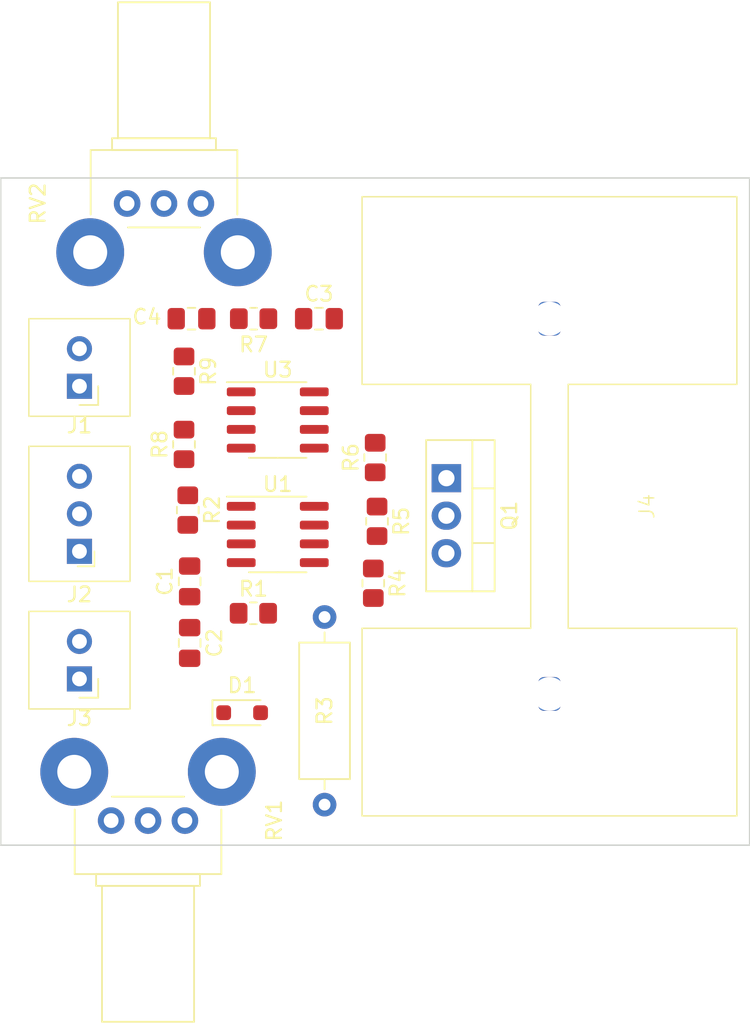
<source format=kicad_pcb>
(kicad_pcb (version 20221018) (generator pcbnew)
  (layers (0 "F.Cu" signal) (31 "B.Cu" signal) (34 "B.Paste" user) (35 "F.Paste" user) (36 "B.SilkS" user "B.Silkscreen") (37 "F.SilkS" user "F.Silkscreen") (38 "B.Mask" user) (39 "F.Mask" user) (44 "Edge.Cuts" user))
  (net 0 "")
  (net 1 "2.7V")
  (net 2 "GND")
  (net 3 "/Power regulation/Vin")
  (net 4 "Net-(D1-K)")
  (net 5 "/ Current Control/FETGate")
  (net 6 "Net-(J1-Pin_1)")
  (net 7 "/ Current Control/FETDrain")
  (net 8 "Net-(Q1-S)")
  (net 9 "Net-(U1A-+)")
  (net 10 "Net-(R2-Pad1)")
  (net 11 "Net-(U1B-+)")
  (net 12 "Net-(U1B--)")
  (net 13 "Net-(U3-INHIBIT)")
  (net 14 "Net-(U3-ADJ)")
  (footprint "Resistor_SMD:R_0805_2012Metric_Pad1.20x1.40mm_HandSolder" (layer "F.Cu") (at 117.983 50.419 -90)
    (fp_text reference "R2" (at 0 -1.65 90) (layer "F.SilkS"))
    (fp_text value "1k")
    (fp_line (start -0.227064 -0.735) (end 0.227064 -0.735) (stroke (width 0.12)) (layer "F.SilkS"))
    (fp_line (start -0.227064 0.735) (end 0.227064 0.735) (stroke (width 0.12)) (layer "F.SilkS"))
    (pad "1" smd roundrect (at -1 0 270) (size 1.2 1.4) (layers "F.Cu" "F.Paste" "F.Mask") (roundrect_rratio 0.208333) (net 10 "Net-(R2-Pad1)"))
    (pad "2" smd roundrect (at 1 0 270) (size 1.2 1.4) (layers "F.Cu" "F.Paste" "F.Mask") (roundrect_rratio 0.208333) (net 5 "/ Current Control/FETGate"))
  )
  (footprint "Resistor_THT:R_Axial_DIN0309_L9.0mm_D3.2mm_P12.70mm_Horizontal" (layer "F.Cu") (at 127.254 57.658 -90)
    (fp_text reference "R3" (at 6.35 0 90) (layer "F.SilkS"))
    (fp_text value "0.1")
    (fp_line (start 1.04 0) (end 1.73 0) (stroke (width 0.12)) (layer "F.SilkS"))
    (fp_line (start 1.73 -1.72) (end 1.73 1.72) (stroke (width 0.12)) (layer "F.SilkS"))
    (fp_line (start 1.73 1.72) (end 10.97 1.72) (stroke (width 0.12)) (layer "F.SilkS"))
    (fp_line (start 10.97 -1.72) (end 1.73 -1.72) (stroke (width 0.12)) (layer "F.SilkS"))
    (fp_line (start 10.97 1.72) (end 10.97 -1.72) (stroke (width 0.12)) (layer "F.SilkS"))
    (fp_line (start 11.66 0) (end 10.97 0) (stroke (width 0.12)) (layer "F.SilkS"))
    (pad "1" thru_hole circle (at 0 0 270) (size 1.6 1.6) (drill 0.8) (layers "*.Cu" "*.Mask") (net 8 "Net-(Q1-S)"))
    (pad "2" thru_hole oval (at 12.7 0 270) (size 1.6 1.6) (drill 0.8) (layers "*.Cu" "*.Mask") (net 2 "GND"))
  )
  (footprint "Capacitor_SMD:C_0805_2012Metric_Pad1.18x1.45mm_HandSolder" (layer "F.Cu") (at 126.873 37.465)
    (fp_text reference "C3" (at 0 -1.68) (layer "F.SilkS"))
    (fp_text value "C")
    (fp_line (start -0.261252 -0.735) (end 0.261252 -0.735) (stroke (width 0.12)) (layer "F.SilkS"))
    (fp_line (start -0.261252 0.735) (end 0.261252 0.735) (stroke (width 0.12)) (layer "F.SilkS"))
    (pad "1" smd roundrect (at -1.0375 0) (size 1.175 1.45) (layers "F.Cu" "F.Paste" "F.Mask") (roundrect_rratio 0.212766) (net 2 "GND"))
    (pad "2" smd roundrect (at 1.0375 0) (size 1.175 1.45) (layers "F.Cu" "F.Paste" "F.Mask") (roundrect_rratio 0.212766) (net 3 "/Power regulation/Vin"))
  )
  (footprint "Potentiometer_THT:Potentiometer_Bourns_PTV09A-2_Single_Horizontal" (layer "F.Cu") (at 112.7902 71.4372 -90)
    (fp_text reference "RV1" (at 0 -11.05 -90) (layer "F.SilkS"))
    (fp_text value "R_Potentiometer" hide)
    (fp_line (start -1.62 -4.944) (end -1.62 -0.055) (stroke (width 0.12)) (layer "F.SilkS"))
    (fp_line (start -0.745 -7.47) (end 3.62 -7.47) (stroke (width 0.12)) (layer "F.SilkS"))
    (fp_line (start -0.745 2.47) (end 3.62 2.47) (stroke (width 0.12)) (layer "F.SilkS"))
    (fp_line (start 3.62 -7.47) (end 3.62 2.47) (stroke (width 0.12)) (layer "F.SilkS"))
    (fp_line (start 3.62 -6.02) (end 3.62 1.02) (stroke (width 0.12)) (layer "F.SilkS"))
    (fp_line (start 3.62 -6.02) (end 4.42 -6.02) (stroke (width 0.12)) (layer "F.SilkS"))
    (fp_line (start 3.62 1.02) (end 4.42 1.02) (stroke (width 0.12)) (layer "F.SilkS"))
    (fp_line (start 4.42 -6.02) (end 4.42 1.02) (stroke (width 0.12)) (layer "F.SilkS"))
    (fp_line (start 4.42 -5.62) (end 4.42 0.62) (stroke (width 0.12)) (layer "F.SilkS"))
    (fp_line (start 4.42 -5.62) (end 13.62 -5.62) (stroke (width 0.12)) (layer "F.SilkS"))
    (fp_line (start 4.42 0.62) (end 13.62 0.62) (stroke (width 0.12)) (layer "F.SilkS"))
    (fp_line (start 13.62 -5.62) (end 13.62 0.62) (stroke (width 0.12)) (layer "F.SilkS"))
    (pad "" thru_hole circle (at -3.3 -7.5 270) (size 4.6 4.6) (drill 2.3) (layers "*.Cu" "*.Mask"))
    (pad "" thru_hole circle (at -3.3 2.5 270) (size 4.6 4.6) (drill 2.3) (layers "*.Cu" "*.Mask"))
    (pad "1" thru_hole circle (at 0 0 270) (size 1.8 1.8) (drill 1) (layers "*.Cu" "*.Mask"))
    (pad "2" thru_hole circle (at 0 -2.5 270) (size 1.8 1.8) (drill 1) (layers "*.Cu" "*.Mask") (net 9 "Net-(U1A-+)"))
    (pad "3" thru_hole circle (at 0 -5 270) (size 1.8 1.8) (drill 1) (layers "*.Cu" "*.Mask") (net 2 "GND"))
  )
  (footprint "Package_SO:SOIC-8_3.9x4.9mm_P1.27mm" (layer "F.Cu") (at 124.079 44.323)
    (fp_text reference "U3" (at 0 -3.4) (layer "F.SilkS"))
    (fp_text value "TC1016" hide)
    (fp_line (start 0 -2.56) (end -3.45 -2.56) (stroke (width 0.12)) (layer "F.SilkS"))
    (fp_line (start 0 -2.56) (end 1.95 -2.56) (stroke (width 0.12)) (layer "F.SilkS"))
    (fp_line (start 0 2.56) (end -1.95 2.56) (stroke (width 0.12)) (layer "F.SilkS"))
    (fp_line (start 0 2.56) (end 1.95 2.56) (stroke (width 0.12)) (layer "F.SilkS"))
    (pad "1" smd roundrect (at -2.475 -1.905) (size 1.95 0.6) (layers "F.Cu" "F.Paste" "F.Mask") (net 1 "2.7V"))
    (pad "2" smd roundrect (at -2.475 -0.635) (size 1.95 0.6) (layers "F.Cu" "F.Paste" "F.Mask") (net 2 "GND"))
    (pad "3" smd roundrect (at -2.475 0.635) (size 1.95 0.6) (layers "F.Cu" "F.Paste" "F.Mask") (net 2 "GND"))
    (pad "4" smd roundrect (at -2.475 1.905) (size 1.95 0.6) (layers "F.Cu" "F.Paste" "F.Mask") (net 14 "Net-(U3-ADJ)"))
    (pad "5" smd roundrect (at 2.475 1.905) (size 1.95 0.6) (layers "F.Cu" "F.Paste" "F.Mask") (net 13 "Net-(U3-INHIBIT)"))
    (pad "6" smd roundrect (at 2.475 0.635) (size 1.95 0.6) (layers "F.Cu" "F.Paste" "F.Mask") (net 2 "GND"))
    (pad "7" smd roundrect (at 2.475 -0.635) (size 1.95 0.6) (layers "F.Cu" "F.Paste" "F.Mask") (net 2 "GND"))
    (pad "8" smd roundrect (at 2.475 -1.905) (size 1.95 0.6) (layers "F.Cu" "F.Paste" "F.Mask") (net 3 "/Power regulation/Vin"))
  )
  (footprint "Potentiometer_THT:Potentiometer_Bourns_PTV09A-2_Single_Horizontal" (layer "F.Cu") (at 118.872 29.6672 90)
    (fp_text reference "RV2" (at 0 -11.05 90) (layer "F.SilkS"))
    (fp_text value "R_Potentiometer")
    (fp_line (start -1.62 -4.944) (end -1.62 -0.055) (stroke (width 0.12)) (layer "F.SilkS"))
    (fp_line (start -0.745 -7.47) (end 3.62 -7.47) (stroke (width 0.12)) (layer "F.SilkS"))
    (fp_line (start -0.745 2.47) (end 3.62 2.47) (stroke (width 0.12)) (layer "F.SilkS"))
    (fp_line (start 3.62 -7.47) (end 3.62 2.47) (stroke (width 0.12)) (layer "F.SilkS"))
    (fp_line (start 3.62 -6.02) (end 3.62 1.02) (stroke (width 0.12)) (layer "F.SilkS"))
    (fp_line (start 3.62 -6.02) (end 4.42 -6.02) (stroke (width 0.12)) (layer "F.SilkS"))
    (fp_line (start 3.62 1.02) (end 4.42 1.02) (stroke (width 0.12)) (layer "F.SilkS"))
    (fp_line (start 4.42 -6.02) (end 4.42 1.02) (stroke (width 0.12)) (layer "F.SilkS"))
    (fp_line (start 4.42 -5.62) (end 4.42 0.62) (stroke (width 0.12)) (layer "F.SilkS"))
    (fp_line (start 4.42 -5.62) (end 13.62 -5.62) (stroke (width 0.12)) (layer "F.SilkS"))
    (fp_line (start 4.42 0.62) (end 13.62 0.62) (stroke (width 0.12)) (layer "F.SilkS"))
    (fp_line (start 13.62 -5.62) (end 13.62 0.62) (stroke (width 0.12)) (layer "F.SilkS"))
    (pad "" thru_hole circle (at -3.3 -7.5 90) (size 4.6 4.6) (drill 2.3) (layers "*.Cu" "*.Mask"))
    (pad "" thru_hole circle (at -3.3 2.5 90) (size 4.6 4.6) (drill 2.3) (layers "*.Cu" "*.Mask"))
    (pad "1" thru_hole circle (at 0 0 90) (size 1.8 1.8) (drill 1) (layers "*.Cu" "*.Mask"))
    (pad "2" thru_hole circle (at 0 -2.5 90) (size 1.8 1.8) (drill 1) (layers "*.Cu" "*.Mask") (net 1 "2.7V"))
    (pad "3" thru_hole circle (at 0 -5 90) (size 1.8 1.8) (drill 1) (layers "*.Cu" "*.Mask") (net 11 "Net-(U1B-+)"))
  )
  (footprint "Resistor_SMD:R_0805_2012Metric_Pad1.20x1.40mm_HandSolder" (layer "F.Cu") (at 122.444 37.465)
    (fp_text reference "R7" (at 0 1.7526) (layer "F.SilkS"))
    (fp_text value "0" hide)
    (fp_line (start -0.227064 -0.735) (end 0.227064 -0.735) (stroke (width 0.12)) (layer "F.SilkS"))
    (fp_line (start -0.227064 0.735) (end 0.227064 0.735) (stroke (width 0.12)) (layer "F.SilkS"))
    (pad "1" smd roundrect (at -1 0) (size 1.2 1.4) (layers "F.Cu" "F.Paste" "F.Mask") (roundrect_rratio 0.208333) (net 2 "GND"))
    (pad "2" smd roundrect (at 1 0) (size 1.2 1.4) (layers "F.Cu" "F.Paste" "F.Mask") (roundrect_rratio 0.208333) (net 13 "Net-(U3-INHIBIT)"))
  )
  (footprint "Resistor_SMD:R_0805_2012Metric_Pad1.20x1.40mm_HandSolder" (layer "F.Cu") (at 130.556 55.372 -90)
    (fp_text reference "R4" (at 0 -1.65 90) (layer "F.SilkS"))
    (fp_text value "R")
    (fp_line (start -0.227064 -0.735) (end 0.227064 -0.735) (stroke (width 0.12)) (layer "F.SilkS"))
    (fp_line (start -0.227064 0.735) (end 0.227064 0.735) (stroke (width 0.12)) (layer "F.SilkS"))
    (pad "1" smd roundrect (at -1 0 270) (size 1.2 1.4) (layers "F.Cu" "F.Paste" "F.Mask") (roundrect_rratio 0.208333) (net 11 "Net-(U1B-+)"))
    (pad "2" smd roundrect (at 1 0 270) (size 1.2 1.4) (layers "F.Cu" "F.Paste" "F.Mask") (roundrect_rratio 0.208333) (net 2 "GND"))
  )
  (footprint "custom_modules:te_2.54mm_3_pin" (layer "F.Cu") (at 110.6424 53.213 180)
    (fp_text reference "J2" (at 0 -2.921) (layer "F.SilkS"))
    (fp_text value "Conn_01x03_Socket" hide)
    (fp_line (start -1.016 -1.016) (end -1.016 0) (stroke (width 0.1)) (layer "F.SilkS"))
    (fp_line (start -1.016 -1.016) (end 0.127 -1.016) (stroke (width 0.1)) (layer "F.SilkS"))
    (fp_line (start 0.127 -1.016) (end -1.016 -1.016) (stroke (width 0.1)) (layer "F.SilkS"))
    (fp_rect (start -3.429 -2.032) (end 3.429 7.112) (stroke (width 0.1)) (fill none) (layer "F.SilkS"))
    (pad "1" thru_hole rect (at 0 0 180) (size 1.7 1.7) (drill 1) (layers "*.Cu" "*.Mask") (net 6 "Net-(J1-Pin_1)"))
    (pad "2" thru_hole oval (at 0 2.54 180) (size 1.7 1.7) (drill 1) (layers "*.Cu" "*.Mask") (net 3 "/Power regulation/Vin"))
    (pad "3" thru_hole oval (at 0 5.08 180) (size 1.7 1.7) (drill 1) (layers "*.Cu" "*.Mask") (net 7 "/ Current Control/FETDrain"))
  )
  (footprint "Capacitor_SMD:C_0805_2012Metric_Pad1.18x1.45mm_HandSolder" (layer "F.Cu") (at 118.11 55.245 90)
    (fp_text reference "C1" (at 0 -1.68 90) (layer "F.SilkS"))
    (fp_text value "C")
    (fp_line (start -0.261252 -0.735) (end 0.261252 -0.735) (stroke (width 0.12)) (layer "F.SilkS"))
    (fp_line (start -0.261252 0.735) (end 0.261252 0.735) (stroke (width 0.12)) (layer "F.SilkS"))
    (pad "1" smd roundrect (at -1.0375 0 90) (size 1.175 1.45) (layers "F.Cu" "F.Paste" "F.Mask") (roundrect_rratio 0.212766) (net 1 "2.7V"))
    (pad "2" smd roundrect (at 1.0375 0 90) (size 1.175 1.45) (layers "F.Cu" "F.Paste" "F.Mask") (roundrect_rratio 0.212766) (net 2 "GND"))
  )
  (footprint "custom_modules:te_2.54_2_pin_connector" (layer "F.Cu") (at 110.6424 61.849 180)
    (fp_text reference "J3" (at 0 -2.667) (layer "F.SilkS"))
    (fp_text value "Conn_01x02_Socket" hide)
    (fp_line (start -1.27 -1.27) (end 0 -1.27) (stroke (width 0.12)) (layer "F.SilkS"))
    (fp_line (start -1.27 0) (end -1.27 -1.27) (stroke (width 0.12)) (layer "F.SilkS"))
    (fp_rect (start -3.429 -2.032) (end 3.429 4.572) (stroke (width 0.1)) (fill none) (layer "F.SilkS"))
    (pad "1" thru_hole rect (at 0 0 180) (size 1.7 1.7) (drill 1) (layers "*.Cu" "*.Mask") (net 7 "/ Current Control/FETDrain"))
    (pad "2" thru_hole oval (at 0 2.54 180) (size 1.7 1.7) (drill 1) (layers "*.Cu" "*.Mask") (net 2 "GND"))
  )
  (footprint "Resistor_SMD:R_0805_2012Metric_Pad1.20x1.40mm_HandSolder" (layer "F.Cu") (at 117.729 41.021 -90)
    (fp_text reference "R9" (at 0 -1.65 90) (layer "F.SilkS"))
    (fp_text value "21.6k")
    (fp_line (start -0.227064 -0.735) (end 0.227064 -0.735) (stroke (width 0.12)) (layer "F.SilkS"))
    (fp_line (start -0.227064 0.735) (end 0.227064 0.735) (stroke (width 0.12)) (layer "F.SilkS"))
    (pad "1" smd roundrect (at -1 0 270) (size 1.2 1.4) (layers "F.Cu" "F.Paste" "F.Mask") (roundrect_rratio 0.208333) (net 2 "GND"))
    (pad "2" smd roundrect (at 1 0 270) (size 1.2 1.4) (layers "F.Cu" "F.Paste" "F.Mask") (roundrect_rratio 0.208333) (net 14 "Net-(U3-ADJ)"))
  )
  (footprint "custom_modules:te_2.54_2_pin_connector" (layer "F.Cu") (at 110.6424 42.037 180)
    (fp_text reference "J1" (at 0 -2.667) (layer "F.SilkS"))
    (fp_text value "Conn_01x02_Socket" hide)
    (fp_line (start -1.27 -1.27) (end 0 -1.27) (stroke (width 0.12)) (layer "F.SilkS"))
    (fp_line (start -1.27 0) (end -1.27 -1.27) (stroke (width 0.12)) (layer "F.SilkS"))
    (fp_rect (start -3.429 -2.032) (end 3.429 4.572) (stroke (width 0.1)) (fill none) (layer "F.SilkS"))
    (pad "1" thru_hole rect (at 0 0 180) (size 1.7 1.7) (drill 1) (layers "*.Cu" "*.Mask") (net 6 "Net-(J1-Pin_1)"))
    (pad "2" thru_hole oval (at 0 2.54 180) (size 1.7 1.7) (drill 1) (layers "*.Cu" "*.Mask") (net 2 "GND"))
  )
  (footprint "Package_TO_SOT_THT:TO-220-3_Vertical" (layer "F.Cu") (at 135.509 48.26 -90)
    (fp_text reference "Q1" (at 2.54 -4.27 90) (layer "F.SilkS"))
    (fp_text value "IRF530NPBF" hide)
    (fp_line (start -2.58 -3.27) (end -2.58 1.371) (stroke (width 0.12)) (layer "F.SilkS"))
    (fp_line (start -2.58 -3.27) (end 7.66 -3.27) (stroke (width 0.12)) (layer "F.SilkS"))
    (fp_line (start -2.58 -1.76) (end 7.66 -1.76) (stroke (width 0.12)) (layer "F.SilkS"))
    (fp_line (start -2.58 1.371) (end 7.66 1.371) (stroke (width 0.12)) (layer "F.SilkS"))
    (fp_line (start 0.69 -3.27) (end 0.69 -1.76) (stroke (width 0.12)) (layer "F.SilkS"))
    (fp_line (start 4.391 -3.27) (end 4.391 -1.76) (stroke (width 0.12)) (layer "F.SilkS"))
    (fp_line (start 7.66 -3.27) (end 7.66 1.371) (stroke (width 0.12)) (layer "F.SilkS"))
    (pad "1" thru_hole rect (at 0 0 270) (size 1.905 2) (drill 1.1) (layers "*.Cu" "*.Mask") (net 7 "/ Current Control/FETDrain"))
    (pad "2" thru_hole oval (at 2.54 0 270) (size 1.905 2) (drill 1.1) (layers "*.Cu" "*.Mask") (net 5 "/ Current Control/FETGate"))
    (pad "3" thru_hole oval (at 5.08 0 270) (size 1.905 2) (drill 1.1) (layers "*.Cu" "*.Mask") (net 8 "Net-(Q1-S)"))
  )
  (footprint "Diode_SMD:D_SOD-323_HandSoldering" (layer "F.Cu") (at 121.666 64.135)
    (fp_text reference "D1" (at 0 -1.85) (layer "F.SilkS"))
    (fp_text value "D" hide)
    (fp_line (start -2.01 -0.85) (end -2.01 0.85) (stroke (width 0.12)) (layer "F.SilkS"))
    (fp_line (start -2.01 -0.85) (end 1.25 -0.85) (stroke (width 0.12)) (layer "F.SilkS"))
    (fp_line (start -2.01 0.85) (end 1.25 0.85) (stroke (width 0.12)) (layer "F.SilkS"))
    (pad "1" smd roundrect (at -1.25 0) (size 1 1) (layers "F.Cu" "F.Paste" "F.Mask") (net 4 "Net-(D1-K)"))
    (pad "2" smd roundrect (at 1.25 0) (size 1 1) (layers "F.Cu" "F.Paste" "F.Mask") (net 5 "/ Current Control/FETGate"))
  )
  (footprint "Capacitor_SMD:C_0805_2012Metric_Pad1.18x1.45mm_HandSolder" (layer "F.Cu") (at 118.237 37.465)
    (fp_text reference "C4" (at -3.0226 -0.127) (layer "F.SilkS"))
    (fp_text value "C" hide)
    (fp_line (start -0.261252 -0.735) (end 0.261252 -0.735) (stroke (width 0.12)) (layer "F.SilkS"))
    (fp_line (start -0.261252 0.735) (end 0.261252 0.735) (stroke (width 0.12)) (layer "F.SilkS"))
    (pad "1" smd roundrect (at -1.0375 0) (size 1.175 1.45) (layers "F.Cu" "F.Paste" "F.Mask") (roundrect_rratio 0.212766) (net 2 "GND"))
    (pad "2" smd roundrect (at 1.0375 0) (size 1.175 1.45) (layers "F.Cu" "F.Paste" "F.Mask") (roundrect_rratio 0.212766) (net 1 "2.7V"))
  )
  (footprint "Capacitor_SMD:C_0805_2012Metric_Pad1.18x1.45mm_HandSolder" (layer "F.Cu") (at 118.11 59.4145 -90)
    (fp_text reference "C2" (at 0 -1.68 90) (layer "F.SilkS"))
    (fp_text value "C")
    (fp_line (start -0.261252 -0.735) (end 0.261252 -0.735) (stroke (width 0.12)) (layer "F.SilkS"))
    (fp_line (start -0.261252 0.735) (end 0.261252 0.735) (stroke (width 0.12)) (layer "F.SilkS"))
    (pad "1" smd roundrect (at -1.0375 0 270) (size 1.175 1.45) (layers "F.Cu" "F.Paste" "F.Mask") (roundrect_rratio 0.212766) (net 1 "2.7V"))
    (pad "2" smd roundrect (at 1.0375 0 270) (size 1.175 1.45) (layers "F.Cu" "F.Paste" "F.Mask") (roundrect_rratio 0.212766) (net 2 "GND"))
  )
  (footprint "Package_SO:SOIC-8_3.9x4.9mm_P1.27mm" (layer "F.Cu") (at 124.079 52.07)
    (fp_text reference "U1" (at 0 -3.4) (layer "F.SilkS"))
    (fp_text value "LMV358" hide)
    (fp_line (start 0 -2.56) (end -3.45 -2.56) (stroke (width 0.12)) (layer "F.SilkS"))
    (fp_line (start 0 -2.56) (end 1.95 -2.56) (stroke (width 0.12)) (layer "F.SilkS"))
    (fp_line (start 0 2.56) (end -1.95 2.56) (stroke (width 0.12)) (layer "F.SilkS"))
    (fp_line (start 0 2.56) (end 1.95 2.56) (stroke (width 0.12)) (layer "F.SilkS"))
    (pad "1" smd roundrect (at -2.475 -1.905) (size 1.95 0.6) (layers "F.Cu" "F.Paste" "F.Mask") (net 10 "Net-(R2-Pad1)"))
    (pad "2" smd roundrect (at -2.475 -0.635) (size 1.95 0.6) (layers "F.Cu" "F.Paste" "F.Mask") (net 8 "Net-(Q1-S)"))
    (pad "3" smd roundrect (at -2.475 0.635) (size 1.95 0.6) (layers "F.Cu" "F.Paste" "F.Mask") (net 9 "Net-(U1A-+)"))
    (pad "4" smd roundrect (at -2.475 1.905) (size 1.95 0.6) (layers "F.Cu" "F.Paste" "F.Mask") (net 2 "GND"))
    (pad "5" smd roundrect (at 2.475 1.905) (size 1.95 0.6) (layers "F.Cu" "F.Paste" "F.Mask") (net 11 "Net-(U1B-+)"))
    (pad "6" smd roundrect (at 2.475 0.635) (size 1.95 0.6) (layers "F.Cu" "F.Paste" "F.Mask") (net 12 "Net-(U1B--)"))
    (pad "7" smd roundrect (at 2.475 -0.635) (size 1.95 0.6) (layers "F.Cu" "F.Paste" "F.Mask") (net 4 "Net-(D1-K)"))
    (pad "8" smd roundrect (at 2.475 -1.905) (size 1.95 0.6) (layers "F.Cu" "F.Paste" "F.Mask") (net 1 "2.7V"))
  )
  (footprint "Resistor_SMD:R_0805_2012Metric_Pad1.20x1.40mm_HandSolder" (layer "F.Cu") (at 130.81 51.181 -90)
    (fp_text reference "R5" (at 0 -1.65 90) (layer "F.SilkS"))
    (fp_text value "9k")
    (fp_line (start -0.227064 -0.735) (end 0.227064 -0.735) (stroke (width 0.12)) (layer "F.SilkS"))
    (fp_line (start -0.227064 0.735) (end 0.227064 0.735) (stroke (width 0.12)) (layer "F.SilkS"))
    (pad "1" smd roundrect (at -1 0 270) (size 1.2 1.4) (layers "F.Cu" "F.Paste" "F.Mask") (roundrect_rratio 0.208333) (net 7 "/ Current Control/FETDrain"))
    (pad "2" smd roundrect (at 1 0 270) (size 1.2 1.4) (layers "F.Cu" "F.Paste" "F.Mask") (roundrect_rratio 0.208333) (net 12 "Net-(U1B--)"))
  )
  (footprint "custom_modules:FAT-220" (layer "F.Cu") (at 142.494 50.165 90)
    (fp_text reference "J4" (at 0 6.604 90 unlocked) (layer "F.SilkS") (effects (font (thickness 0.1))))
    (fp_text value "Conn_01x01_Pin")
    (fp_line (start -20.955 -12.7) (end -20.955 12.7) (stroke (width 0.1)) (layer "F.SilkS"))
    (fp_line (start -20.955 -12.7) (end -8.255 -12.7) (stroke (width 0.1)) (layer "F.SilkS"))
    (fp_line (start -20.955 12.7) (end -8.255 12.7) (stroke (width 0.1)) (layer "F.SilkS"))
    (fp_line (start -8.255 -12.7) (end -8.255 -1.27) (stroke (width 0.1)) (layer "F.SilkS"))
    (fp_line (start -8.255 -1.27) (end 8.255 -1.27) (stroke (width 0.1)) (layer "F.SilkS"))
    (fp_line (start -8.255 1.27) (end -8.255 12.7) (stroke (width 0.1)) (layer "F.SilkS"))
    (fp_line (start 8.255 -12.7) (end 20.955 -12.7) (stroke (width 0.1)) (layer "F.SilkS"))
    (fp_line (start 8.255 -1.27) (end 8.255 -12.7) (stroke (width 0.1)) (layer "F.SilkS"))
    (fp_line (start 8.255 1.27) (end -8.255 1.27) (stroke (width 0.1)) (layer "F.SilkS"))
    (fp_line (start 8.255 12.7) (end 8.255 1.27) (stroke (width 0.1)) (layer "F.SilkS"))
    (fp_line (start 8.255 12.7) (end 20.955 12.7) (stroke (width 0.1)) (layer "F.SilkS"))
    (fp_line (start 20.955 -12.7) (end 20.955 12.7) (stroke (width 0.1)) (layer "F.SilkS"))
    (pad "" np_thru_hole roundrect (at -12.7 0 90) (size 2.286 1.524) (drill 2.3) (layers "F&B.Cu" "*.Mask"))
    (pad "" np_thru_hole roundrect (at 12.7 0 90) (size 2.286 1.524) (drill 2.3) (layers "F&B.Cu" "*.Mask"))
  )
  (footprint "Resistor_SMD:R_0805_2012Metric_Pad1.20x1.40mm_HandSolder" (layer "F.Cu") (at 130.683 46.863 90)
    (fp_text reference "R6" (at 0 -1.65 90) (layer "F.SilkS"))
    (fp_text value "1k" hide)
    (fp_line (start -0.227064 -0.735) (end 0.227064 -0.735) (stroke (width 0.12)) (layer "F.SilkS"))
    (fp_line (start -0.227064 0.735) (end 0.227064 0.735) (stroke (width 0.12)) (layer "F.SilkS"))
    (pad "1" smd roundrect (at -1 0 90) (size 1.2 1.4) (layers "F.Cu" "F.Paste" "F.Mask") (roundrect_rratio 0.208333) (net 12 "Net-(U1B--)"))
    (pad "2" smd roundrect (at 1 0 90) (size 1.2 1.4) (layers "F.Cu" "F.Paste" "F.Mask") (roundrect_rratio 0.208333) (net 2 "GND"))
  )
  (footprint "Resistor_SMD:R_0805_2012Metric_Pad1.20x1.40mm_HandSolder" (layer "F.Cu") (at 122.428 57.404)
    (fp_text reference "R1" (at 0 -1.65) (layer "F.SilkS"))
    (fp_text value "8.2k")
    (fp_line (start -0.227064 -0.735) (end 0.227064 -0.735) (stroke (width 0.12)) (layer "F.SilkS"))
    (fp_line (start -0.227064 0.735) (end 0.227064 0.735) (stroke (width 0.12)) (layer "F.SilkS"))
    (pad "1" smd roundrect (at -1 0) (size 1.2 1.4) (layers "F.Cu" "F.Paste" "F.Mask") (roundrect_rratio 0.208333) (net 1 "2.7V"))
    (pad "2" smd roundrect (at 1 0) (size 1.2 1.4) (layers "F.Cu" "F.Paste" "F.Mask") (roundrect_rratio 0.208333) (net 9 "Net-(U1A-+)"))
  )
  (footprint "Resistor_SMD:R_0805_2012Metric_Pad1.20x1.40mm_HandSolder" (layer "F.Cu") (at 117.729 45.974 90)
    (fp_text reference "R8" (at 0 -1.65 90) (layer "F.SilkS"))
    (fp_text value "27k")
    (fp_line (start -0.227064 -0.735) (end 0.227064 -0.735) (stroke (width 0.12)) (layer "F.SilkS"))
    (fp_line (start -0.227064 0.735) (end 0.227064 0.735) (stroke (width 0.12)) (layer "F.SilkS"))
    (pad "1" smd roundrect (at -1 0 90) (size 1.2 1.4) (layers "F.Cu" "F.Paste" "F.Mask") (roundrect_rratio 0.208333) (net 14 "Net-(U3-ADJ)"))
    (pad "2" smd roundrect (at 1 0 90) (size 1.2 1.4) (layers "F.Cu" "F.Paste" "F.Mask") (roundrect_rratio 0.208333) (net 1 "2.7V"))
  )
  (gr_rect (start 105.3084 27.94) (end 156.0576 73.1012) (stroke (width 0.1)) (fill none) (layer "Edge.Cuts"))
)
</source>
